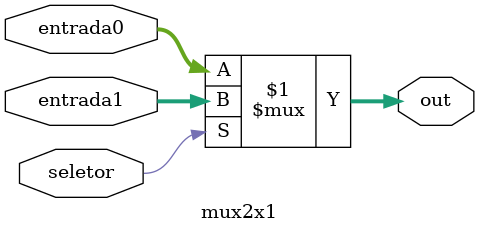
<source format=v>
/* Projeto 2° VA - Arquitetura e Organização de Computadores - 2024.2
   Alunos: Heitor Leander Feitosa da silva
           Joao victor Morais Barreto da silva
           Mariane Elisa dos Santos Souza
           Samuel Roberto de Carvalho Bezerra
	Descrição do arquivo:  mux2x1 				*/

module mux2x1 (entrada0, entrada1, seletor, out);
    
	//Descrição das entradas e saídas:
	input wire [31:0] entrada0;  	   
   input wire [31:0] entrada1;  	   
   input wire seletor;              // Sinal de seleção
   output wire [31:0] out;  	  		// Saída do mux

	//Comportamento:
   assign out = seletor ? entrada1 : entrada0; // Seleciona in2 se sel = 1, senão seleciona in1

endmodule
</source>
